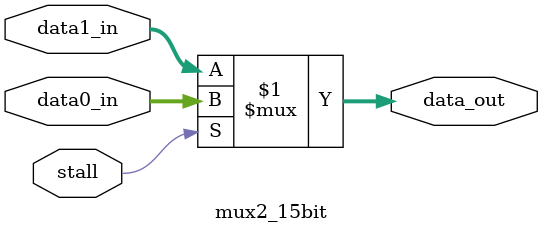
<source format=v>
module mux2_15bit(data0_in,data1_in,stall,data_out);
input [14:0] data0_in;
input [14:0] data1_in;
input stall;
output [14:0] data_out;

assign data_out = stall ? data0_in : data1_in;

endmodule

</source>
